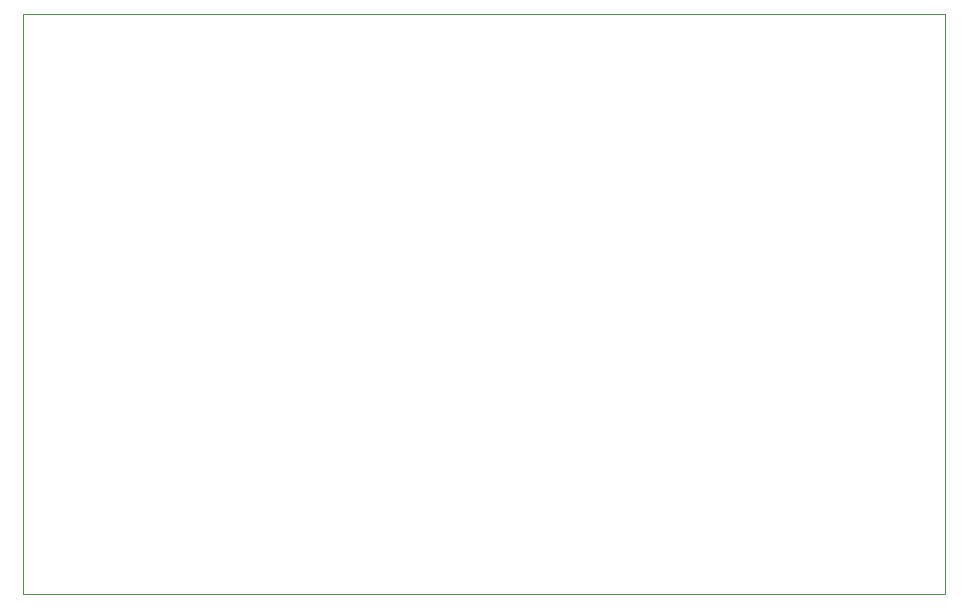
<source format=gm1>
G75*
G70*
%OFA0B0*%
%FSLAX24Y24*%
%IPPOS*%
%LPD*%
%AMOC8*
5,1,8,0,0,1.08239X$1,22.5*
%
%ADD10C,0.0000*%
D10*
X000150Y000107D02*
X000150Y019422D01*
X030870Y019422D01*
X030870Y000107D01*
X000150Y000107D01*
M02*

</source>
